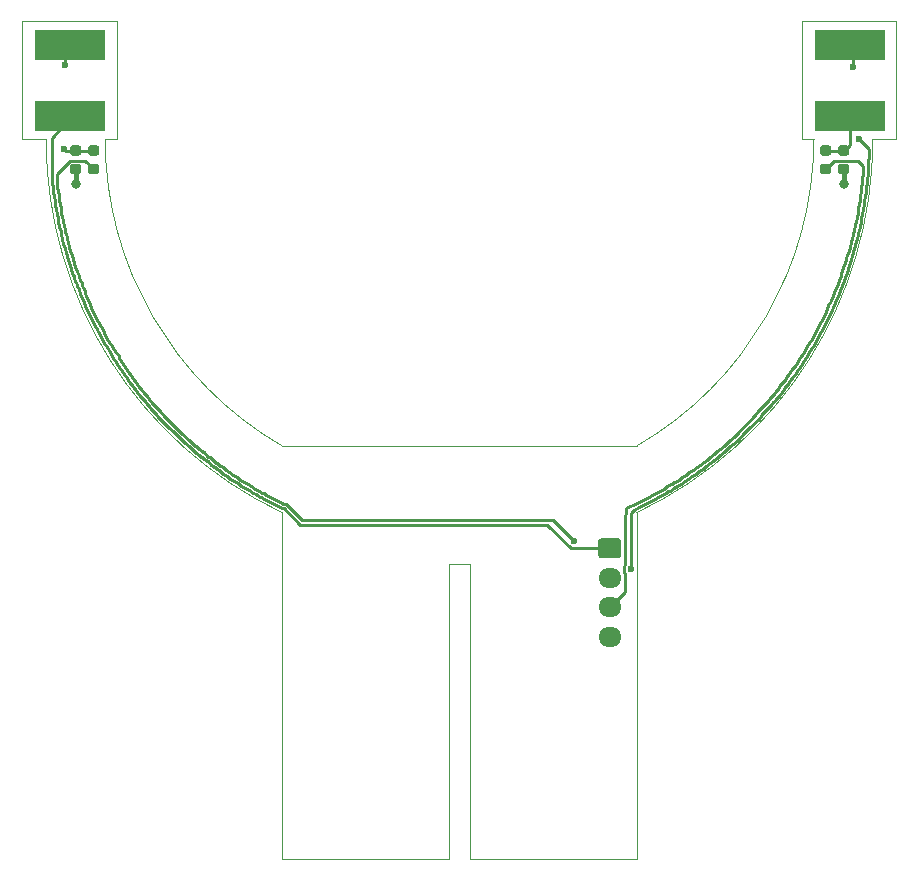
<source format=gbr>
%TF.GenerationSoftware,KiCad,Pcbnew,5.99.0-unknown-5405c09~101~ubuntu18.04.1*%
%TF.CreationDate,2020-04-21T20:28:15+03:00*%
%TF.ProjectId,Ultrasonic Flow Sensor,556c7472-6173-46f6-9e69-6320466c6f77,rev?*%
%TF.SameCoordinates,Original*%
%TF.FileFunction,Copper,L1,Top*%
%TF.FilePolarity,Positive*%
%FSLAX46Y46*%
G04 Gerber Fmt 4.6, Leading zero omitted, Abs format (unit mm)*
G04 Created by KiCad (PCBNEW 5.99.0-unknown-5405c09~101~ubuntu18.04.1) date 2020-04-21 20:28:15*
%MOMM*%
%LPD*%
G01*
G04 APERTURE LIST*
%TA.AperFunction,Profile*%
%ADD10C,0.100000*%
%TD*%
%TA.AperFunction,SMDPad,CuDef*%
%ADD11R,6.000000X2.500000*%
%TD*%
%TA.AperFunction,ComponentPad*%
%ADD12O,1.950000X1.700000*%
%TD*%
%TA.AperFunction,ViaPad*%
%ADD13C,0.600000*%
%TD*%
%TA.AperFunction,ViaPad*%
%ADD14C,0.800000*%
%TD*%
%TA.AperFunction,Conductor*%
%ADD15C,0.250000*%
%TD*%
%TA.AperFunction,Conductor*%
%ADD16C,0.400000*%
%TD*%
G04 APERTURE END LIST*
D10*
X141287009Y-70021467D02*
G75*
G02*
X126287009Y-96002228I-29999999J0D01*
G01*
X126287008Y-131002229D02*
X126287008Y-101642228D01*
X148287010Y-70021467D02*
X146287009Y-70021467D01*
X141287009Y-70021467D02*
X140287010Y-70021467D01*
X140287010Y-60021467D02*
X148287010Y-60021467D01*
X74287010Y-60021467D02*
X82287010Y-60021467D01*
X96287010Y-96002229D02*
X126287009Y-96002228D01*
X140287010Y-70021467D02*
X140287010Y-60021467D01*
X110437010Y-106002229D02*
X112137010Y-106002229D01*
X96287008Y-131002229D02*
X110437010Y-131002229D01*
X112137010Y-106002229D02*
X112137010Y-131002229D01*
X96274281Y-101638202D02*
G75*
G02*
X76287010Y-70021467I15012729J31616735D01*
G01*
X74287010Y-70021467D02*
X74287010Y-60021467D01*
X96287010Y-96002229D02*
G75*
G02*
X81287010Y-70021467I15000000J25980762D01*
G01*
X76287010Y-70021467D02*
X74287010Y-70021467D01*
X82287010Y-70021467D02*
X81287010Y-70021467D01*
X82287010Y-60021467D02*
X82287010Y-70021467D01*
X146285188Y-70021467D02*
G75*
G02*
X126287008Y-101642228I-34998178J0D01*
G01*
X96287008Y-131002229D02*
X96274280Y-101638202D01*
X148287010Y-60021467D02*
X148287010Y-70021467D01*
X110437010Y-131002229D02*
X110437010Y-106002229D01*
X112137010Y-131002229D02*
X126287008Y-131002229D01*
D11*
%TO.P,LS3,2,2*%
%TO.N,Net-(J5-Pad1)*%
X78317010Y-68042229D03*
%TO.P,LS3,1,1*%
%TO.N,Net-(C5-Pad1)*%
X78317010Y-62042229D03*
%TD*%
%TO.P,C6,2*%
%TO.N,Net-(C5-Pad2)*%
%TA.AperFunction,SMDPad,CuDef*%
G36*
G01*
X143554760Y-72121229D02*
X144067260Y-72121229D01*
G75*
G02*
X144286010Y-72339979I0J-218750D01*
G01*
X144286010Y-72777479D01*
G75*
G02*
X144067260Y-72996229I-218750J0D01*
G01*
X143554760Y-72996229D01*
G75*
G02*
X143336010Y-72777479I0J218750D01*
G01*
X143336010Y-72339979D01*
G75*
G02*
X143554760Y-72121229I218750J0D01*
G01*
G37*
%TD.AperFunction*%
%TO.P,C6,1*%
%TO.N,Net-(C6-Pad1)*%
%TA.AperFunction,SMDPad,CuDef*%
G36*
G01*
X143554760Y-70546229D02*
X144067260Y-70546229D01*
G75*
G02*
X144286010Y-70764979I0J-218750D01*
G01*
X144286010Y-71202479D01*
G75*
G02*
X144067260Y-71421229I-218750J0D01*
G01*
X143554760Y-71421229D01*
G75*
G02*
X143336010Y-71202479I0J218750D01*
G01*
X143336010Y-70764979D01*
G75*
G02*
X143554760Y-70546229I218750J0D01*
G01*
G37*
%TD.AperFunction*%
%TD*%
D12*
%TO.P,J5,4,Pin_4*%
%TO.N,Net-(C5-Pad2)*%
X123999010Y-112164229D03*
%TO.P,J5,3,Pin_3*%
%TO.N,Net-(J5-Pad3)*%
X123999010Y-109664229D03*
%TO.P,J5,2,Pin_2*%
%TO.N,Net-(J5-Pad2)*%
X123999010Y-107164229D03*
%TO.P,J5,1,Pin_1*%
%TO.N,Net-(J5-Pad1)*%
%TA.AperFunction,ComponentPad*%
G36*
G01*
X123274010Y-103814229D02*
X124724010Y-103814229D01*
G75*
G02*
X124974010Y-104064229I0J-250000D01*
G01*
X124974010Y-105264229D01*
G75*
G02*
X124724010Y-105514229I-250000J0D01*
G01*
X123274010Y-105514229D01*
G75*
G02*
X123024010Y-105264229I0J250000D01*
G01*
X123024010Y-104064229D01*
G75*
G02*
X123274010Y-103814229I250000J0D01*
G01*
G37*
%TD.AperFunction*%
%TD*%
%TO.P,C5,2*%
%TO.N,Net-(C5-Pad2)*%
%TA.AperFunction,SMDPad,CuDef*%
G36*
G01*
X78530760Y-72121229D02*
X79043260Y-72121229D01*
G75*
G02*
X79262010Y-72339979I0J-218750D01*
G01*
X79262010Y-72777479D01*
G75*
G02*
X79043260Y-72996229I-218750J0D01*
G01*
X78530760Y-72996229D01*
G75*
G02*
X78312010Y-72777479I0J218750D01*
G01*
X78312010Y-72339979D01*
G75*
G02*
X78530760Y-72121229I218750J0D01*
G01*
G37*
%TD.AperFunction*%
%TO.P,C5,1*%
%TO.N,Net-(C5-Pad1)*%
%TA.AperFunction,SMDPad,CuDef*%
G36*
G01*
X78530760Y-70546229D02*
X79043260Y-70546229D01*
G75*
G02*
X79262010Y-70764979I0J-218750D01*
G01*
X79262010Y-71202479D01*
G75*
G02*
X79043260Y-71421229I-218750J0D01*
G01*
X78530760Y-71421229D01*
G75*
G02*
X78312010Y-71202479I0J218750D01*
G01*
X78312010Y-70764979D01*
G75*
G02*
X78530760Y-70546229I218750J0D01*
G01*
G37*
%TD.AperFunction*%
%TD*%
%TO.P,R5,2*%
%TO.N,Net-(J5-Pad3)*%
%TA.AperFunction,SMDPad,CuDef*%
G36*
G01*
X80054760Y-72121229D02*
X80567260Y-72121229D01*
G75*
G02*
X80786010Y-72339979I0J-218750D01*
G01*
X80786010Y-72777479D01*
G75*
G02*
X80567260Y-72996229I-218750J0D01*
G01*
X80054760Y-72996229D01*
G75*
G02*
X79836010Y-72777479I0J218750D01*
G01*
X79836010Y-72339979D01*
G75*
G02*
X80054760Y-72121229I218750J0D01*
G01*
G37*
%TD.AperFunction*%
%TO.P,R5,1*%
%TO.N,Net-(C5-Pad1)*%
%TA.AperFunction,SMDPad,CuDef*%
G36*
G01*
X80054760Y-70546229D02*
X80567260Y-70546229D01*
G75*
G02*
X80786010Y-70764979I0J-218750D01*
G01*
X80786010Y-71202479D01*
G75*
G02*
X80567260Y-71421229I-218750J0D01*
G01*
X80054760Y-71421229D01*
G75*
G02*
X79836010Y-71202479I0J218750D01*
G01*
X79836010Y-70764979D01*
G75*
G02*
X80054760Y-70546229I218750J0D01*
G01*
G37*
%TD.AperFunction*%
%TD*%
D11*
%TO.P,LS4,2,2*%
%TO.N,Net-(J5-Pad2)*%
X144317010Y-62042229D03*
%TO.P,LS4,1,1*%
%TO.N,Net-(C6-Pad1)*%
X144317010Y-68042229D03*
%TD*%
%TO.P,R8,2*%
%TO.N,Net-(J5-Pad3)*%
%TA.AperFunction,SMDPad,CuDef*%
G36*
G01*
X142030760Y-72121229D02*
X142543260Y-72121229D01*
G75*
G02*
X142762010Y-72339979I0J-218750D01*
G01*
X142762010Y-72777479D01*
G75*
G02*
X142543260Y-72996229I-218750J0D01*
G01*
X142030760Y-72996229D01*
G75*
G02*
X141812010Y-72777479I0J218750D01*
G01*
X141812010Y-72339979D01*
G75*
G02*
X142030760Y-72121229I218750J0D01*
G01*
G37*
%TD.AperFunction*%
%TO.P,R8,1*%
%TO.N,Net-(C6-Pad1)*%
%TA.AperFunction,SMDPad,CuDef*%
G36*
G01*
X142030760Y-70546229D02*
X142543260Y-70546229D01*
G75*
G02*
X142762010Y-70764979I0J-218750D01*
G01*
X142762010Y-71202479D01*
G75*
G02*
X142543260Y-71421229I-218750J0D01*
G01*
X142030760Y-71421229D01*
G75*
G02*
X141812010Y-71202479I0J218750D01*
G01*
X141812010Y-70764979D01*
G75*
G02*
X142030760Y-70546229I218750J0D01*
G01*
G37*
%TD.AperFunction*%
%TD*%
D13*
%TO.N,Net-(C5-Pad1)*%
X77771010Y-70882229D03*
D14*
%TO.N,Net-(C5-Pad2)*%
X143811010Y-73803229D03*
X78787010Y-73803229D03*
D13*
%TO.N,Net-(J5-Pad2)*%
X144573010Y-63897229D03*
%TO.N,Net-(J5-Pad3)*%
X120951010Y-104029229D03*
%TO.N,Net-(J5-Pad2)*%
X125787008Y-106442229D03*
%TO.N,Net-(C5-Pad1)*%
X77898010Y-63770229D03*
%TO.N,Net-(J5-Pad2)*%
X145081010Y-69993229D03*
%TD*%
D15*
%TO.N,Net-(J5-Pad1)*%
X90974674Y-98124201D02*
X90910702Y-98060229D01*
%TO.N,Net-(J5-Pad2)*%
X140491466Y-88711786D02*
X140289023Y-89024402D01*
%TO.N,Net-(J5-Pad3)*%
X90514405Y-97283926D02*
X90617037Y-97362387D01*
%TO.N,Net-(J5-Pad1)*%
X81581010Y-87906480D02*
X81581010Y-87900229D01*
%TO.N,Net-(J5-Pad3)*%
X92728711Y-98837489D02*
X93039072Y-99035021D01*
%TO.N,Net-(J5-Pad2)*%
X130673168Y-98768729D02*
X130363394Y-98975220D01*
%TO.N,Net-(J5-Pad3)*%
X138331000Y-90909540D02*
X138331000Y-91074693D01*
%TO.N,Net-(J5-Pad2)*%
X141634550Y-86792128D02*
X141452646Y-87117158D01*
%TO.N,Net-(J5-Pad1)*%
X86210584Y-93969902D02*
X85954883Y-93699264D01*
%TO.N,Net-(J5-Pad3)*%
X78328748Y-71846219D02*
X77173830Y-73001137D01*
%TO.N,Net-(J5-Pad1)*%
X76811730Y-73737625D02*
X76853621Y-74107594D01*
X81490761Y-87756691D02*
X81327010Y-87478189D01*
%TO.N,Net-(J5-Pad2)*%
X142808649Y-84464961D02*
X142651660Y-84802771D01*
%TO.N,Net-(J5-Pad3)*%
X131947322Y-97367402D02*
X131652422Y-97587727D01*
X87726316Y-94866219D02*
X88354461Y-95494364D01*
%TO.N,Net-(J5-Pad1)*%
X94471917Y-100346229D02*
X94754168Y-100501292D01*
X77036904Y-75429915D02*
X77036904Y-75429912D01*
%TO.N,Net-(J5-Pad3)*%
X82870020Y-89131540D02*
X82870020Y-89184522D01*
%TO.N,Net-(J5-Pad2)*%
X141452646Y-87117158D02*
X141267318Y-87440117D01*
%TO.N,Net-(J5-Pad3)*%
X142999520Y-71846219D02*
X145029000Y-71846219D01*
%TO.N,Net-(J5-Pad1)*%
X76773820Y-70774039D02*
X76773820Y-69885039D01*
X90598010Y-97806229D02*
X90542675Y-97806229D01*
%TO.N,Net-(J5-Pad2)*%
X135302010Y-95012229D02*
X134948454Y-95365785D01*
%TO.N,Net-(J5-Pad3)*%
X139474000Y-89517930D02*
X139239010Y-89752920D01*
%TO.N,Net-(J5-Pad1)*%
X82279821Y-89019826D02*
X82089010Y-88725048D01*
%TO.N,Net-(J5-Pad2)*%
X144616741Y-79579568D02*
X144512169Y-79936963D01*
%TO.N,Net-(J5-Pad3)*%
X88354461Y-95494364D02*
X88622295Y-95733026D01*
X85027206Y-92048639D02*
X85265206Y-92329299D01*
X143622131Y-81381708D02*
X143622125Y-81381711D01*
X78442467Y-79819920D02*
X78549547Y-80171945D01*
X95595661Y-100493670D02*
X95923921Y-100660479D01*
%TO.N,Net-(J5-Pad2)*%
X145568041Y-75221198D02*
X145516431Y-75549891D01*
%TO.N,Net-(J5-Pad1)*%
X80935034Y-86787868D02*
X80819010Y-86575140D01*
X83788381Y-91144441D02*
X83740010Y-91080765D01*
%TO.N,Net-(J5-Pad3)*%
X131652422Y-97587727D02*
X131355155Y-97804884D01*
%TO.N,Net-(J5-Pad2)*%
X144446010Y-80153229D02*
X144446010Y-80154380D01*
%TO.N,Net-(J5-Pad3)*%
X139239010Y-89752920D02*
X139239010Y-89805951D01*
X145433704Y-72962906D02*
X145400143Y-73329482D01*
X78339117Y-79466575D02*
X78442467Y-79819920D01*
X82711934Y-88947768D02*
X82711939Y-88947769D01*
X145443000Y-72260219D02*
X145443000Y-72847755D01*
%TO.N,Net-(J5-Pad2)*%
X143399899Y-83097804D02*
X143257636Y-83441875D01*
%TO.N,Net-(J5-Pad3)*%
X85506245Y-92607432D02*
X85750298Y-92883006D01*
X137969010Y-91519706D02*
X137461010Y-92027706D01*
%TO.N,Net-(J5-Pad1)*%
X80079025Y-85134913D02*
X79918499Y-84798853D01*
%TO.N,Net-(J5-Pad3)*%
X141633703Y-85950275D02*
X141460813Y-86275398D01*
X78239633Y-79112373D02*
X78339117Y-79466575D01*
%TO.N,Net-(J5-Pad1)*%
X83105010Y-90223430D02*
X82906717Y-89944158D01*
%TO.N,Net-(J5-Pad3)*%
X127940029Y-99976860D02*
X127617429Y-100153942D01*
X77917020Y-77843486D02*
X77963948Y-78043135D01*
%TO.N,Net-(J5-Pad2)*%
X139874010Y-89643133D02*
X139874010Y-89643180D01*
%TO.N,Net-(J5-Pad3)*%
X140256391Y-88279952D02*
X140256391Y-88335116D01*
X81464828Y-86915580D02*
X81647915Y-87234766D01*
%TO.N,Net-(J5-Pad1)*%
X80581955Y-86132154D02*
X80410739Y-85801533D01*
%TO.N,Net-(J5-Pad3)*%
X134670762Y-95077779D02*
X134490408Y-95245483D01*
X125287000Y-106091233D02*
X125212006Y-106166227D01*
X143429452Y-81917351D02*
X143299831Y-82261890D01*
%TO.N,Net-(J5-Pad2)*%
X140886209Y-88080140D02*
X140690533Y-88397025D01*
X136636557Y-93677682D02*
X135810010Y-94504229D01*
X133357607Y-96763139D02*
X133069000Y-96998738D01*
%TO.N,Net-(J5-Pad1)*%
X76899497Y-74477208D02*
X76949298Y-74846016D01*
%TO.N,Net-(J5-Pad3)*%
X83441434Y-90006311D02*
X83441435Y-90006312D01*
%TO.N,Net-(J5-Pad1)*%
X77892855Y-79357005D02*
X77892855Y-79357004D01*
X87261969Y-95024508D02*
X86994902Y-94765115D01*
X78766307Y-82053032D02*
X78660010Y-81760907D01*
%TO.N,Net-(J5-Pad3)*%
X134490408Y-95245483D02*
X134218166Y-95493231D01*
X138331000Y-91074693D02*
X138236539Y-91196253D01*
%TO.N,Net-(J5-Pad2)*%
X142922010Y-84214010D02*
X142808649Y-84464961D01*
%TO.N,Net-(J5-Pad3)*%
X78660473Y-80523026D02*
X78775059Y-80872585D01*
%TO.N,Net-(J5-Pad2)*%
X144573010Y-63897229D02*
X144573010Y-62298229D01*
X142159127Y-85805658D02*
X141987841Y-86136282D01*
X136826010Y-93472900D02*
X136636557Y-93677682D01*
X145470236Y-75827003D02*
X145449357Y-75951249D01*
%TO.N,Net-(J5-Pad1)*%
X76773820Y-73367254D02*
X76773820Y-73367260D01*
%TO.N,Net-(J5-Pad3)*%
X81981020Y-87795288D02*
X82089010Y-87903278D01*
%TO.N,Net-(J5-Pad1)*%
X77257692Y-76681807D02*
X77188127Y-76315976D01*
%TO.N,Net-(J5-Pad2)*%
X129549389Y-99494850D02*
X129420611Y-99574821D01*
%TO.N,Net-(J5-Pad3)*%
X144519535Y-78402876D02*
X144427561Y-78759464D01*
X82870020Y-89184522D02*
X83024277Y-89411970D01*
X83024277Y-89411970D02*
X83234156Y-89714385D01*
X144607637Y-78045462D02*
X144584475Y-78139428D01*
X84792139Y-91765327D02*
X85027206Y-92048639D01*
%TO.N,Net-(J5-Pad1)*%
X77664148Y-78395367D02*
X77630469Y-78361688D01*
%TO.N,Net-(J5-Pad3)*%
X125387000Y-101748599D02*
X125287000Y-101848598D01*
X137461010Y-92027706D02*
X137461010Y-92147024D01*
X145362642Y-73695687D02*
X145321205Y-74061551D01*
X96253649Y-100823605D02*
X96352529Y-100871209D01*
%TO.N,Net-(J5-Pad2)*%
X143644859Y-82478380D02*
X143538546Y-82752008D01*
%TO.N,Net-(J5-Pad1)*%
X77472197Y-77695416D02*
X77408582Y-77411106D01*
%TO.N,Net-(J5-Pad3)*%
X78064158Y-78229678D02*
X78064158Y-78447630D01*
%TO.N,Net-(J5-Pad2)*%
X131286287Y-98345612D02*
X130980987Y-98558732D01*
X141812973Y-86465123D02*
X141634550Y-86792128D01*
%TO.N,Net-(J5-Pad3)*%
X77917020Y-77574540D02*
X77917020Y-77843486D01*
%TO.N,Net-(J5-Pad2)*%
X144291493Y-80648433D02*
X144175452Y-81002296D01*
%TO.N,Net-(J5-Pad3)*%
X79404297Y-82601859D02*
X79414971Y-82628491D01*
%TO.N,Net-(J5-Pad2)*%
X144175452Y-81002296D02*
X144055604Y-81354937D01*
%TO.N,Net-(J5-Pad1)*%
X81116825Y-87112825D02*
X80935034Y-86787868D01*
X94427908Y-100322051D02*
X94471917Y-100346229D01*
%TO.N,Net-(J5-Pad2)*%
X129420611Y-99574821D02*
X129102098Y-99767910D01*
%TO.N,Net-(J5-Pad3)*%
X79060020Y-81511540D02*
X79060020Y-81690394D01*
%TO.N,Net-(J5-Pad1)*%
X78059159Y-79934316D02*
X77954621Y-79576912D01*
%TO.N,Net-(J5-Pad3)*%
X133385541Y-96218864D02*
X133102924Y-96454677D01*
%TO.N,Net-(J5-Pad1)*%
X78660010Y-81760907D02*
X78660010Y-81677229D01*
%TO.N,Net-(J5-Pad3)*%
X86280010Y-93428336D02*
X86280010Y-93460927D01*
X80439033Y-84960539D02*
X80601191Y-85290851D01*
X77209431Y-73694652D02*
X77250846Y-74060429D01*
X78775059Y-80872585D02*
X78893458Y-81221085D01*
%TO.N,Net-(J5-Pad2)*%
X143804590Y-82056216D02*
X143673399Y-82404926D01*
%TO.N,Net-(J5-Pad3)*%
X85899010Y-93047336D02*
X86280010Y-93428336D01*
X133102924Y-96454677D02*
X132817769Y-96687458D01*
%TO.N,Net-(J5-Pad1)*%
X76773820Y-69885039D02*
X78317010Y-68341849D01*
%TO.N,Net-(J5-Pad3)*%
X136426000Y-93316246D02*
X136348203Y-93400338D01*
%TO.N,Net-(J5-Pad2)*%
X137846707Y-92310719D02*
X137679845Y-92507395D01*
%TO.N,Net-(J5-Pad3)*%
X79414971Y-82628491D02*
X79570725Y-82784245D01*
%TO.N,Net-(J5-Pad1)*%
X76949295Y-74845984D02*
X76899498Y-74477209D01*
%TO.N,Net-(J5-Pad2)*%
X141078483Y-87761151D02*
X141078482Y-87761152D01*
%TO.N,Net-(J5-Pad1)*%
X91890368Y-98763856D02*
X91582789Y-98553875D01*
%TO.N,Net-(J5-Pad2)*%
X145928175Y-71510727D02*
X145912807Y-71828432D01*
X143257635Y-83441876D02*
X143111639Y-83784507D01*
X127149260Y-100853549D02*
X126817189Y-101022141D01*
X139874117Y-89643026D02*
X139661713Y-89948947D01*
%TO.N,Net-(J5-Pad3)*%
X131355155Y-97804884D02*
X131055623Y-98018800D01*
%TO.N,Net-(J5-Pad1)*%
X80734032Y-86418251D02*
X80692010Y-86339197D01*
%TO.N,Net-(J5-Pad3)*%
X128896606Y-99424711D02*
X128579724Y-99612186D01*
X95269420Y-100323453D02*
X95595661Y-100493670D01*
%TO.N,Net-(J5-Pad1)*%
X89673064Y-97135283D02*
X89455010Y-96917229D01*
%TO.N,Net-(J5-Pad2)*%
X132853004Y-97171229D02*
X132777947Y-97231169D01*
%TO.N,Net-(J5-Pad1)*%
X83122297Y-90247776D02*
X83105010Y-90223430D01*
%TO.N,Net-(J5-Pad2)*%
X130967066Y-98568229D02*
X130673168Y-98768729D01*
X142491069Y-85138842D02*
X142491068Y-85138843D01*
%TO.N,Net-(J5-Pad1)*%
X77331181Y-77046872D02*
X77331181Y-77046400D01*
%TO.N,Net-(J5-Pad3)*%
X137461010Y-92147024D02*
X136445010Y-93163024D01*
X142625924Y-83895892D02*
X142522000Y-83999816D01*
%TO.N,Net-(J5-Pad2)*%
X145843010Y-72863866D02*
X145832243Y-72997233D01*
%TO.N,Net-(J5-Pad1)*%
X77122520Y-75949564D02*
X77060846Y-75582432D01*
%TO.N,Net-(J5-Pad2)*%
X139620010Y-89990650D02*
X139620010Y-90007655D01*
%TO.N,Net-(J5-Pad1)*%
X76853621Y-74107594D02*
X76899497Y-74477208D01*
%TO.N,Net-(J5-Pad3)*%
X119173010Y-102251229D02*
X97949729Y-102251229D01*
%TO.N,Net-(J5-Pad1)*%
X94022081Y-100092229D02*
X94103569Y-100139303D01*
%TO.N,Net-(J5-Pad3)*%
X90763699Y-97406219D02*
X91017492Y-97660012D01*
%TO.N,Net-(J5-Pad1)*%
X84756010Y-92347312D02*
X84720733Y-92305712D01*
%TO.N,Net-(J5-Pad3)*%
X144092946Y-79940594D02*
X144046000Y-79987540D01*
%TO.N,Net-(J5-Pad1)*%
X81878510Y-88392499D02*
X81682921Y-88075625D01*
%TO.N,Net-(C6-Pad1)*%
X142287010Y-70983729D02*
X143811010Y-70983729D01*
%TO.N,Net-(J5-Pad3)*%
X140351313Y-88185030D02*
X140256391Y-88279952D01*
%TO.N,Net-(J5-Pad1)*%
X93781125Y-99953033D02*
X94022081Y-100092229D01*
%TO.N,Net-(J5-Pad3)*%
X128260906Y-99796213D02*
X127940029Y-99976860D01*
X94944931Y-100149693D02*
X95269420Y-100323453D01*
%TO.N,Net-(J5-Pad1)*%
X82906717Y-89944158D02*
X82694462Y-89638319D01*
%TO.N,Net-(J5-Pad3)*%
X144021691Y-80174763D02*
X143910727Y-80525840D01*
%TO.N,Net-(J5-Pad1)*%
X79074167Y-82853386D02*
X79032181Y-82748630D01*
%TO.N,Net-(J5-Pad3)*%
X83441435Y-90006312D02*
X83447172Y-90014392D01*
%TO.N,Net-(J5-Pad1)*%
X78279665Y-80645487D02*
X78279665Y-80645489D01*
%TO.N,Net-(J5-Pad3)*%
X136445010Y-93163024D02*
X136445010Y-93176531D01*
%TO.N,Net-(J5-Pad2)*%
X145760343Y-73738653D02*
X145725314Y-74047925D01*
%TO.N,Net-(J5-Pad3)*%
X79060020Y-81690394D02*
X79141426Y-81914118D01*
%TO.N,Net-(J5-Pad2)*%
X126483328Y-101187155D02*
X126024816Y-101407684D01*
X140083188Y-89334893D02*
X139874117Y-89643026D01*
%TO.N,Net-(J5-Pad3)*%
X141104630Y-86919935D02*
X140921468Y-87239121D01*
X77345420Y-74790337D02*
X77398593Y-75154582D01*
%TO.N,Net-(J5-Pad1)*%
X86730675Y-94502910D02*
X86469200Y-94237804D01*
%TO.N,Net-(J5-Pad2)*%
X145912807Y-71828432D02*
X145910183Y-71882687D01*
%TO.N,Net-(J5-Pad3)*%
X142131124Y-84964338D02*
X141968824Y-85294809D01*
X145226564Y-74791723D02*
X145173378Y-75155932D01*
X139954430Y-88805177D02*
X139751027Y-89112001D01*
%TO.N,Net-(J5-Pad1)*%
X84961505Y-92589640D02*
X84756010Y-92347312D01*
%TO.N,Net-(J5-Pad2)*%
X144996522Y-78139166D02*
X144933203Y-78396036D01*
X128134442Y-100326454D02*
X127807978Y-100505657D01*
%TO.N,Net-(J5-Pad3)*%
X144772346Y-77327694D02*
X144691924Y-77687000D01*
%TO.N,Net-(J5-Pad1)*%
X92960619Y-99457229D02*
X93142373Y-99570185D01*
X76899498Y-74477209D02*
X76853624Y-74107612D01*
%TO.N,Net-(J5-Pad3)*%
X83663495Y-90312229D02*
X83883035Y-90607768D01*
%TO.N,Net-(J5-Pad1)*%
X91582789Y-98553875D02*
X91277578Y-98340672D01*
%TO.N,Net-(J5-Pad3)*%
X81834464Y-87552043D02*
X81962010Y-87679589D01*
X128579724Y-99612186D02*
X128260906Y-99796213D01*
%TO.N,Net-(J5-Pad1)*%
X77060846Y-75582432D02*
X77036904Y-75429915D01*
%TO.N,Net-(J5-Pad3)*%
X142522000Y-83999816D02*
X142522000Y-84127856D01*
%TO.N,Net-(J5-Pad1)*%
X80589920Y-86147139D02*
X80581955Y-86132154D01*
%TO.N,Net-(J5-Pad2)*%
X136826010Y-93361230D02*
X136826010Y-93472900D01*
%TO.N,Net-(J5-Pad1)*%
X91277576Y-98340670D02*
X90974674Y-98124201D01*
X82470010Y-89306838D02*
X82470010Y-89297229D01*
%TO.N,Net-(J5-Pad3)*%
X138850409Y-90390132D02*
X138331000Y-90909540D01*
X80280315Y-84628264D02*
X80439033Y-84960539D01*
X91508454Y-98014009D02*
X91810095Y-98224718D01*
%TO.N,Net-(J5-Pad2)*%
X142922010Y-84165505D02*
X142922010Y-84214010D01*
%TO.N,Net-(J5-Pad1)*%
X86469200Y-94237804D02*
X86210584Y-93969902D01*
%TO.N,Net-(J5-Pad3)*%
X132239913Y-97143866D02*
X131947322Y-97367402D01*
X81219020Y-86473148D02*
X81285194Y-86594479D01*
X143166473Y-82605127D02*
X143029412Y-82946967D01*
X79570725Y-82784245D02*
X79570725Y-83014867D01*
%TO.N,Net-(J5-Pad1)*%
X77954621Y-79576912D02*
X77892855Y-79357005D01*
X80410739Y-85801533D02*
X80243085Y-85469099D01*
%TO.N,Net-(J5-Pad3)*%
X82711939Y-88947769D02*
X82762395Y-89023915D01*
%TO.N,Net-(J5-Pad2)*%
X132188445Y-97686576D02*
X131890161Y-97909429D01*
%TO.N,Net-(J5-Pad1)*%
X85954883Y-93699264D02*
X85702040Y-93425825D01*
X76773820Y-72171039D02*
X76773820Y-70774039D01*
%TO.N,Net-(J5-Pad2)*%
X144717471Y-79221063D02*
X144616741Y-79579568D01*
%TO.N,Net-(J5-Pad1)*%
X89402261Y-96917229D02*
X89207430Y-96758086D01*
X76956223Y-74893442D02*
X76949295Y-74845984D01*
%TO.N,Net-(J5-Pad2)*%
X139227075Y-90553905D02*
X139153983Y-90652256D01*
%TO.N,Net-(J5-Pad1)*%
X78279665Y-80645489D02*
X78395660Y-80999345D01*
X82485422Y-89330097D02*
X82470010Y-89306838D01*
%TO.N,Net-(J5-Pad3)*%
X96352529Y-100871209D02*
X96569709Y-100871209D01*
%TO.N,Net-(J5-Pad1)*%
X77331181Y-77046400D02*
X77331062Y-77046281D01*
%TO.N,Net-(J5-Pad3)*%
X145116268Y-75519650D02*
X145055243Y-75882794D01*
X78143905Y-78756925D02*
X78239633Y-79112373D01*
%TO.N,Net-(J5-Pad1)*%
X79761614Y-84461136D02*
X79608446Y-84121936D01*
X79918498Y-84798852D02*
X79761614Y-84461136D01*
%TO.N,Net-(J5-Pad3)*%
X138236539Y-91196253D02*
X137969010Y-91463782D01*
X77992177Y-78157697D02*
X78064158Y-78229678D01*
%TO.N,Net-(C5-Pad1)*%
X77872510Y-70983729D02*
X77771010Y-70882229D01*
%TO.N,Net-(J5-Pad1)*%
X79032181Y-82748630D02*
X78914010Y-82444371D01*
%TO.N,Net-(J5-Pad2)*%
X140491467Y-88711785D02*
X140491466Y-88711786D01*
%TO.N,Net-(J5-Pad3)*%
X140921468Y-87239121D02*
X140734788Y-87556491D01*
%TO.N,Net-(J5-Pad1)*%
X89963010Y-97298229D02*
X89878998Y-97298229D01*
%TO.N,Net-(J5-Pad2)*%
X139620010Y-90007655D02*
X139493529Y-90185710D01*
%TO.N,Net-(J5-Pad1)*%
X77575053Y-78136799D02*
X77517010Y-77889866D01*
X77188127Y-76315976D02*
X77122520Y-75949564D01*
%TO.N,Net-(J5-Pad2)*%
X145608019Y-70520238D02*
X145081010Y-69993229D01*
%TO.N,Net-(J5-Pad3)*%
X88939891Y-96009219D02*
X88985699Y-96009219D01*
%TO.N,Net-(J5-Pad1)*%
X96261256Y-101271219D02*
X96404020Y-101271219D01*
%TO.N,Net-(J5-Pad3)*%
X86280010Y-93460927D02*
X87685302Y-94866219D01*
%TO.N,Net-(J5-Pad2)*%
X140546547Y-88624692D02*
X140491467Y-88711785D01*
%TO.N,Net-(J5-Pad3)*%
X93983043Y-99607720D02*
X94301842Y-99791884D01*
%TO.N,Net-(J5-Pad1)*%
X80692010Y-86339197D02*
X80692010Y-86249229D01*
X96404020Y-101271219D02*
X97801020Y-102668219D01*
%TO.N,Net-(J5-Pad3)*%
X127292690Y-100327685D02*
X126966214Y-100497872D01*
X80125317Y-84294606D02*
X80280315Y-84628264D01*
%TO.N,Net-(J5-Pad1)*%
X93460712Y-99763318D02*
X93781125Y-99953033D01*
%TO.N,Net-(J5-Pad3)*%
X143622125Y-81381711D02*
X143555328Y-81571547D01*
X125287000Y-101848598D02*
X125287000Y-104809219D01*
X142287010Y-72558729D02*
X142999520Y-71846219D01*
X85265206Y-92329299D02*
X85506245Y-92607432D01*
%TO.N,Net-(J5-Pad2)*%
X142651660Y-84802771D02*
X142491069Y-85138842D01*
%TO.N,Net-(J5-Pad3)*%
X142522000Y-84127856D02*
X142445029Y-84298250D01*
X77799408Y-77325860D02*
X77837188Y-77494707D01*
%TO.N,Net-(J5-Pad2)*%
X145568854Y-75216028D02*
X145568041Y-75221198D01*
%TO.N,Net-(J5-Pad1)*%
X92512066Y-99173759D02*
X92200072Y-98970447D01*
%TO.N,Net-(J5-Pad3)*%
X81285194Y-86594479D02*
X81464828Y-86915580D01*
X131055623Y-98018800D02*
X130753805Y-98229489D01*
%TO.N,Net-(J5-Pad1)*%
X82470010Y-89297229D02*
X82451135Y-89278354D01*
%TO.N,Net-(J5-Pad3)*%
X139564425Y-89387019D02*
X139474000Y-89477444D01*
%TO.N,Net-(J5-Pad2)*%
X144933203Y-78396036D02*
X144907401Y-78500713D01*
%TO.N,Net-(J5-Pad3)*%
X80311010Y-72558729D02*
X79598500Y-71846219D01*
%TO.N,Net-(J5-Pad2)*%
X144754825Y-79082414D02*
X144717471Y-79221063D01*
%TO.N,Net-(J5-Pad3)*%
X94700699Y-99946219D02*
X94854484Y-100100004D01*
X89940168Y-96836689D02*
X90017169Y-96898219D01*
%TO.N,Net-(J5-Pad1)*%
X84720733Y-92305712D02*
X84482958Y-92019136D01*
X76773820Y-73367260D02*
X76811730Y-73737625D01*
%TO.N,Net-(J5-Pad3)*%
X132817769Y-96687458D02*
X132529975Y-96917286D01*
%TO.N,Net-(J5-Pad1)*%
X83740010Y-91080765D02*
X83563179Y-90847985D01*
%TO.N,Net-(J5-Pad2)*%
X140690533Y-88397025D02*
X140546547Y-88624692D01*
%TO.N,Net-(J5-Pad1)*%
X77630469Y-78361688D02*
X77575053Y-78136799D01*
%TO.N,Net-(C5-Pad1)*%
X78787010Y-70983729D02*
X77872510Y-70983729D01*
%TO.N,Net-(J5-Pad3)*%
X93666344Y-99420203D02*
X93983043Y-99607720D01*
X130449505Y-98437086D02*
X130143325Y-98641182D01*
%TO.N,Net-(C6-Pad1)*%
X144317010Y-68042229D02*
X144317010Y-70477729D01*
%TO.N,Net-(J5-Pad3)*%
X144907155Y-76678263D02*
X144848867Y-76967729D01*
X144584475Y-78139428D02*
X144584472Y-78139430D01*
%TO.N,Net-(J5-Pad2)*%
X145004946Y-78103343D02*
X144996522Y-78139166D01*
%TO.N,Net-(J5-Pad1)*%
X96078202Y-101183091D02*
X96261256Y-101271219D01*
%TO.N,Net-(C6-Pad1)*%
X144317010Y-70477729D02*
X143811010Y-70983729D01*
%TO.N,Net-(J5-Pad3)*%
X93351654Y-99229284D02*
X93666344Y-99420203D01*
%TO.N,Net-(J5-Pad2)*%
X145516431Y-75549891D02*
X145511097Y-75583855D01*
%TO.N,Net-(J5-Pad1)*%
X78515424Y-81351861D02*
X78639010Y-81703197D01*
%TO.N,Net-(J5-Pad2)*%
X139661713Y-89948947D02*
X139620010Y-89990650D01*
%TO.N,Net-(J5-Pad1)*%
X89207430Y-96758086D02*
X88973869Y-96563088D01*
%TO.N,Net-(J5-Pad2)*%
X145622680Y-74847442D02*
X145568854Y-75216028D01*
%TO.N,Net-(J5-Pad3)*%
X89244018Y-96267538D02*
X89462154Y-96449658D01*
X81981020Y-87734540D02*
X81981020Y-87795288D01*
%TO.N,Net-(J5-Pad2)*%
X132188446Y-97686575D02*
X132188445Y-97686576D01*
%TO.N,Net-(J5-Pad3)*%
X125287000Y-106793225D02*
X125287000Y-108376239D01*
%TO.N,Net-(J5-Pad2)*%
X145383692Y-76317858D02*
X145314091Y-76683754D01*
%TO.N,Net-(J5-Pad3)*%
X83447172Y-90014392D02*
X83663495Y-90312229D01*
%TO.N,Net-(J5-Pad2)*%
X128983240Y-99838229D02*
X128781538Y-99957561D01*
X139493529Y-90185710D02*
X139366010Y-90313229D01*
D16*
%TO.N,Net-(C5-Pad2)*%
X143811010Y-72558729D02*
X143811010Y-73803229D01*
D15*
%TO.N,Net-(J5-Pad2)*%
X125787008Y-101645492D02*
X125787008Y-106442229D01*
%TO.N,Net-(J5-Pad3)*%
X78960687Y-81412207D02*
X79060020Y-81511540D01*
X80916185Y-85907705D02*
X81092020Y-86083540D01*
X130753805Y-98229489D02*
X130449505Y-98437086D01*
%TO.N,Net-(J5-Pad2)*%
X145081765Y-77776645D02*
X145054148Y-77894091D01*
%TO.N,Net-(J5-Pad3)*%
X144584472Y-78139430D02*
X144519535Y-78402876D01*
%TO.N,Net-(J5-Pad2)*%
X142491068Y-85138843D02*
X142326901Y-85473115D01*
X145718417Y-74108822D02*
X145672531Y-74478396D01*
%TO.N,Net-(J5-Pad3)*%
X138904714Y-90317060D02*
X138850409Y-90390132D01*
X94575754Y-99946219D02*
X94700699Y-99946219D01*
X90675668Y-97406219D02*
X90763699Y-97406219D01*
%TO.N,Net-(J5-Pad2)*%
X129736949Y-99378375D02*
X129609970Y-99457229D01*
%TO.N,Net-(J5-Pad1)*%
X81327010Y-87478189D02*
X81302060Y-87435754D01*
%TO.N,Net-(J5-Pad3)*%
X129299166Y-99179374D02*
X129211370Y-99233895D01*
%TO.N,Net-(J5-Pad2)*%
X145054148Y-77894091D02*
X145004946Y-78103343D01*
%TO.N,Net-(J5-Pad3)*%
X77516632Y-75881098D02*
X77581494Y-76243352D01*
%TO.N,Net-(J5-Pad1)*%
X86994902Y-94765115D02*
X86730675Y-94502910D01*
X78914010Y-82312229D02*
X78833514Y-82231733D01*
%TO.N,Net-(J5-Pad2)*%
X143673399Y-82404926D02*
X143644859Y-82478380D01*
%TO.N,Net-(J5-Pad3)*%
X80601191Y-85290851D02*
X80766947Y-85619524D01*
%TO.N,Net-(J5-Pad2)*%
X145725314Y-74047925D02*
X145718417Y-74108822D01*
%TO.N,Net-(J5-Pad3)*%
X90017169Y-96898219D02*
X90128699Y-96898219D01*
X130143325Y-98641182D02*
X129834769Y-98842107D01*
X84560283Y-91479698D02*
X84792139Y-91765327D01*
%TO.N,Net-(J5-Pad1)*%
X82451135Y-89278354D02*
X82279821Y-89019826D01*
%TO.N,Net-(J5-Pad3)*%
X127617429Y-100153942D02*
X127292690Y-100327685D01*
X143299831Y-82261890D02*
X143166473Y-82605127D01*
X77398593Y-75154582D02*
X77455674Y-75518227D01*
%TO.N,Net-(J5-Pad1)*%
X78167495Y-80290470D02*
X78059159Y-79934316D01*
%TO.N,Net-(J5-Pad3)*%
X139474000Y-89477444D02*
X139474000Y-89517930D01*
X134218166Y-95493231D02*
X133943233Y-95738082D01*
%TO.N,Net-(J5-Pad2)*%
X137969010Y-92085404D02*
X137969010Y-92163383D01*
%TO.N,Net-(J5-Pad1)*%
X82694462Y-89638319D02*
X82485422Y-89330097D01*
%TO.N,Net-(J5-Pad2)*%
X128781538Y-99957561D02*
X128459071Y-100143694D01*
%TO.N,Net-(J5-Pad1)*%
X84248345Y-91730111D02*
X84016809Y-91438535D01*
X77517010Y-77740229D02*
X77472197Y-77695416D01*
X82077458Y-88707202D02*
X81878510Y-88392499D01*
%TO.N,Net-(J5-Pad3)*%
X144427561Y-78759464D02*
X144331787Y-79114953D01*
X125212006Y-106718231D02*
X125287000Y-106793225D01*
X145443000Y-72847755D02*
X145433704Y-72962906D01*
%TO.N,Net-(J5-Pad1)*%
X77664148Y-78498365D02*
X77664148Y-78395367D01*
X80819010Y-86575140D02*
X80819010Y-86503229D01*
X90887161Y-98060229D02*
X90756492Y-97964711D01*
X78395660Y-80999345D02*
X78515424Y-81351861D01*
%TO.N,Net-(J5-Pad3)*%
X77837188Y-77494707D02*
X77917020Y-77574540D01*
%TO.N,Net-(C5-Pad1)*%
X78787010Y-70983729D02*
X80311010Y-70983729D01*
%TO.N,Net-(J5-Pad3)*%
X92420299Y-98636512D02*
X92728711Y-98837489D01*
X142744504Y-83625688D02*
X142625924Y-83895892D01*
X144128875Y-79822519D02*
X144092946Y-79940594D01*
%TO.N,Net-(J5-Pad2)*%
X139874117Y-89643026D02*
X139874010Y-89643133D01*
X133643475Y-96524613D02*
X133357607Y-96763139D01*
%TO.N,Net-(J5-Pad1)*%
X81302060Y-87435754D02*
X81116825Y-87112825D01*
X82089010Y-88725048D02*
X82077458Y-88707202D01*
%TO.N,Net-(J5-Pad3)*%
X77731191Y-77004839D02*
X77799408Y-77325860D01*
%TO.N,Net-(J5-Pad2)*%
X130980987Y-98558732D02*
X130967066Y-98568229D01*
%TO.N,Net-(J5-Pad3)*%
X129495873Y-99057219D02*
X129421321Y-99057219D01*
X144907158Y-76678261D02*
X144907155Y-76678263D01*
X79825982Y-83622105D02*
X79973856Y-83959186D01*
%TO.N,Net-(J5-Pad2)*%
X137969010Y-92163383D02*
X137846707Y-92310719D01*
%TO.N,Net-(J5-Pad3)*%
X79681756Y-83283500D02*
X79825982Y-83622105D01*
%TO.N,Net-(J5-Pad1)*%
X88638424Y-96277822D02*
X88357747Y-96033071D01*
X81581010Y-87900229D02*
X81571534Y-87890753D01*
%TO.N,Net-(J5-Pad3)*%
X90128699Y-96898219D02*
X90514405Y-97283926D01*
X123999010Y-109664229D02*
X125287000Y-108376239D01*
%TO.N,Net-(J5-Pad1)*%
X87560627Y-95266229D02*
X87516250Y-95266229D01*
X80819010Y-86503229D02*
X80734032Y-86418251D01*
%TO.N,Net-(J5-Pad3)*%
X144232256Y-79469190D02*
X144128875Y-79822519D01*
X91810095Y-98224718D02*
X92114093Y-98432254D01*
%TO.N,Net-(J5-Pad1)*%
X90250348Y-97585567D02*
X89963010Y-97298229D01*
%TO.N,Net-(J5-Pad3)*%
X79314020Y-82146540D02*
X79314020Y-82369419D01*
X82089010Y-87903278D02*
X82089010Y-87971964D01*
%TO.N,Net-(J5-Pad2)*%
X145672531Y-74478396D02*
X145622680Y-74847442D01*
%TO.N,Net-(J5-Pad1)*%
X83563179Y-90847985D02*
X83341104Y-90549033D01*
%TO.N,Net-(J5-Pad3)*%
X78064158Y-78447630D02*
X78143905Y-78756925D01*
X89462154Y-96449658D02*
X89544865Y-96517219D01*
X120951010Y-104029229D02*
X119173010Y-102251229D01*
%TO.N,Net-(J5-Pad2)*%
X141078483Y-87761151D02*
X140886209Y-88080140D01*
%TO.N,Net-(J5-Pad3)*%
X91076391Y-97660219D02*
X91234149Y-97817977D01*
X145400143Y-73329482D02*
X145362642Y-73695687D01*
%TO.N,Net-(J5-Pad1)*%
X76811730Y-73737614D02*
X76773820Y-73367254D01*
X76853624Y-74107612D02*
X76811730Y-73737614D01*
%TO.N,Net-(J5-Pad2)*%
X132777947Y-97231169D02*
X132484490Y-97460400D01*
%TO.N,Net-(J5-Pad3)*%
X79598500Y-71846219D02*
X78328748Y-71846219D01*
X133943233Y-95738082D02*
X133665659Y-95979987D01*
X88622295Y-95733026D02*
X88899761Y-95974977D01*
%TO.N,Net-(J5-Pad2)*%
X143111639Y-83784507D02*
X143111638Y-83784508D01*
%TO.N,Net-(J5-Pad3)*%
X79973856Y-83959186D02*
X80125317Y-84294606D01*
X83883035Y-90607768D02*
X84105533Y-90900665D01*
%TO.N,Net-(J5-Pad1)*%
X123999010Y-104664229D02*
X120697010Y-104664229D01*
%TO.N,Net-(J5-Pad3)*%
X143029412Y-82946967D02*
X142888805Y-83287033D01*
%TO.N,Net-(J5-Pad2)*%
X126817189Y-101022141D02*
X126483328Y-101187155D01*
%TO.N,Net-(J5-Pad3)*%
X79177489Y-82010009D02*
X79314020Y-82146540D01*
%TO.N,Net-(J5-Pad1)*%
X81682921Y-88075625D02*
X81581010Y-87906480D01*
X92200072Y-98970447D02*
X91890368Y-98763856D01*
%TO.N,Net-(J5-Pad3)*%
X133665659Y-95979987D02*
X133385541Y-96218864D01*
X77581494Y-76243352D02*
X77650251Y-76604935D01*
X138966000Y-90232717D02*
X138904714Y-90317060D01*
X139751027Y-89112001D02*
X139564425Y-89387019D01*
%TO.N,Net-(J5-Pad1)*%
X78317010Y-68341849D02*
X78317010Y-68042229D01*
X90910702Y-98060229D02*
X90887161Y-98060229D01*
%TO.N,Net-(J5-Pad2)*%
X141987841Y-86136282D02*
X141987840Y-86136283D01*
%TO.N,Net-(J5-Pad3)*%
X140154575Y-88496109D02*
X139954430Y-88805177D01*
%TO.N,Net-(J5-Pad2)*%
X145889477Y-72232762D02*
X145843010Y-72279229D01*
%TO.N,Net-(J5-Pad3)*%
X81092020Y-86083540D02*
X81092020Y-86210540D01*
X136445010Y-93176531D02*
X136426000Y-93195541D01*
%TO.N,Net-(J5-Pad2)*%
X144907401Y-78500713D02*
X144814352Y-78861468D01*
%TO.N,Net-(J5-Pad1)*%
X76773820Y-73367254D02*
X76773820Y-72171039D01*
%TO.N,Net-(J5-Pad2)*%
X129609970Y-99457229D02*
X129587010Y-99457229D01*
%TO.N,Net-(J5-Pad3)*%
X144990333Y-76245193D02*
X144921531Y-76606883D01*
X140256391Y-88335116D02*
X140154575Y-88496109D01*
%TO.N,Net-(J5-Pad2)*%
X143111638Y-83784508D02*
X142961974Y-84125541D01*
%TO.N,Net-(J5-Pad1)*%
X92826056Y-99373601D02*
X92512066Y-99173759D01*
%TO.N,Net-(J5-Pad2)*%
X145608019Y-70520238D02*
X145949606Y-70861825D01*
%TO.N,Net-(J5-Pad1)*%
X77331062Y-77046281D02*
X77257692Y-76681807D01*
%TO.N,Net-(J5-Pad2)*%
X134485844Y-95790486D02*
X134207658Y-96038234D01*
%TO.N,Net-(J5-Pad3)*%
X125212006Y-106166227D02*
X125212006Y-106718231D01*
X83234156Y-89714385D02*
X83441434Y-90006311D01*
X145029000Y-71846219D02*
X145443000Y-72260219D01*
%TO.N,Net-(J5-Pad2)*%
X140289023Y-89024402D02*
X140083188Y-89334893D01*
%TO.N,Net-(J5-Pad3)*%
X141802958Y-85623571D02*
X141633703Y-85950275D01*
%TO.N,Net-(J5-Pad2)*%
X144446010Y-80154380D02*
X144403719Y-80293363D01*
%TO.N,Net-(J5-Pad1)*%
X85452266Y-93149819D02*
X85205389Y-92871056D01*
%TO.N,Net-(J5-Pad2)*%
X143257636Y-83441875D02*
X143257635Y-83441876D01*
%TO.N,Net-(J5-Pad3)*%
X91017492Y-97660012D02*
X91017775Y-97660219D01*
X88899761Y-95974977D02*
X88939891Y-96009219D01*
%TO.N,Net-(J5-Pad1)*%
X84016809Y-91438535D02*
X83788381Y-91144441D01*
%TO.N,Net-(J5-Pad3)*%
X132529975Y-96917286D02*
X132239913Y-97143866D01*
%TO.N,Net-(J5-Pad2)*%
X134761236Y-95539872D02*
X134485844Y-95790486D01*
X144446513Y-80152726D02*
X144446010Y-80153229D01*
%TO.N,Net-(J5-Pad3)*%
X144921531Y-76606883D02*
X144907158Y-76678261D01*
%TO.N,Net-(J5-Pad2)*%
X126024816Y-101407684D02*
X125787008Y-101645492D01*
%TO.N,Net-(J5-Pad3)*%
X144046000Y-79987540D02*
X144046000Y-80094874D01*
X139186900Y-89926640D02*
X138966000Y-90147540D01*
%TO.N,Net-(J5-Pad2)*%
X145314091Y-76683754D02*
X145266586Y-76919654D01*
X144055604Y-81354937D02*
X143944462Y-81670777D01*
X131589397Y-98129141D02*
X131286287Y-98345612D01*
%TO.N,Net-(J5-Pad1)*%
X88820010Y-96409229D02*
X88792427Y-96409229D01*
X77757130Y-78858989D02*
X77664148Y-78498365D01*
X78613525Y-81630744D02*
X78515426Y-81351865D01*
%TO.N,Net-(J5-Pad3)*%
X77173830Y-73001137D02*
X77173830Y-73346839D01*
%TO.N,Net-(J5-Pad2)*%
X145910183Y-71882687D02*
X145889477Y-72232762D01*
%TO.N,Net-(J5-Pad1)*%
X91277578Y-98340672D02*
X91277576Y-98340670D01*
%TO.N,Net-(J5-Pad3)*%
X79570725Y-83014867D02*
X79681756Y-83283500D01*
X81962010Y-87715530D02*
X81981020Y-87734540D01*
X95923921Y-100660479D02*
X96253649Y-100823605D01*
%TO.N,Net-(J5-Pad2)*%
X145949606Y-70861825D02*
X145942175Y-71138552D01*
X145832243Y-72997233D02*
X145798283Y-73368160D01*
%TO.N,Net-(J5-Pad3)*%
X85899010Y-93031718D02*
X85899010Y-93047336D01*
X126307977Y-100827621D02*
X125387000Y-101270582D01*
X90617037Y-97362387D02*
X90675668Y-97406219D01*
X145055243Y-75882794D02*
X144990333Y-76245193D01*
%TO.N,Net-(J5-Pad2)*%
X145449357Y-75951249D02*
X145383692Y-76317858D01*
X144814352Y-78861468D02*
X144754825Y-79082414D01*
%TO.N,Net-(J5-Pad1)*%
X85702040Y-93425825D02*
X85645010Y-93362805D01*
X77517010Y-77889866D02*
X77517010Y-77740229D01*
X79312916Y-83438319D02*
X79170715Y-83094274D01*
%TO.N,Net-(J5-Pad2)*%
X141987840Y-86136283D02*
X141812973Y-86465123D01*
X128459071Y-100143694D02*
X128134442Y-100326454D01*
%TO.N,Net-(J5-Pad3)*%
X144046000Y-80094874D02*
X144021691Y-80174763D01*
%TO.N,Net-(J5-Pad2)*%
X131890161Y-97909429D02*
X131589397Y-98129141D01*
%TO.N,Net-(J5-Pad1)*%
X79608446Y-84121936D02*
X79458806Y-83780829D01*
%TO.N,Net-(J5-Pad2)*%
X134948454Y-95365785D02*
X134761236Y-95539872D01*
%TO.N,Net-(J5-Pad3)*%
X81647915Y-87234766D02*
X81834464Y-87552043D01*
%TO.N,Net-(J5-Pad2)*%
X137679845Y-92507395D02*
X136826010Y-93361230D01*
%TO.N,Net-(J5-Pad3)*%
X139239010Y-89805951D02*
X139220000Y-89824961D01*
X92114093Y-98432254D02*
X92420299Y-98636512D01*
%TO.N,Net-(J5-Pad2)*%
X129102098Y-99767910D02*
X128983240Y-99838229D01*
%TO.N,Net-(J5-Pad3)*%
X91234149Y-97817977D02*
X91508454Y-98014009D01*
%TO.N,Net-(J5-Pad1)*%
X78833514Y-82231733D02*
X78766307Y-82053032D01*
X84482958Y-92019136D02*
X84248345Y-91730111D01*
X88079750Y-95785352D02*
X87560627Y-95266229D01*
X90542675Y-97806229D02*
X90375822Y-97681490D01*
%TO.N,Net-(J5-Pad2)*%
X138731010Y-91075229D02*
X138731010Y-91211840D01*
X132484490Y-97460400D02*
X132188446Y-97686575D01*
X143944462Y-81670777D02*
X143931951Y-81706333D01*
%TO.N,Net-(J5-Pad3)*%
X94854484Y-100100004D02*
X94944931Y-100149693D01*
%TO.N,Net-(J5-Pad2)*%
X130051252Y-99178481D02*
X129736949Y-99378375D01*
X130363394Y-98975220D02*
X130051252Y-99178481D01*
%TO.N,Net-(J5-Pad1)*%
X77892855Y-79357004D02*
X77873641Y-79288598D01*
X77003097Y-75214543D02*
X77060835Y-75582370D01*
X89878998Y-97298229D02*
X89786616Y-97226020D01*
X89786616Y-97226020D02*
X89673064Y-97135283D01*
%TO.N,Net-(J5-Pad3)*%
X136348203Y-93400338D02*
X134670762Y-95077779D01*
X144848867Y-76967729D02*
X144772346Y-77327694D01*
X140544746Y-87871778D02*
X140351313Y-88185030D01*
%TO.N,Net-(J5-Pad1)*%
X80692010Y-86249229D02*
X80589920Y-86147139D01*
%TO.N,Net-(J5-Pad3)*%
X145275832Y-74426997D02*
X145226564Y-74791723D01*
%TO.N,Net-(J5-Pad1)*%
X95412569Y-100849324D02*
X95744582Y-101018040D01*
%TO.N,Net-(J5-Pad2)*%
X145266586Y-76919654D02*
X145240579Y-77048806D01*
%TO.N,Net-(J5-Pad1)*%
X90375822Y-97681490D02*
X90250348Y-97585567D01*
%TO.N,Net-(C5-Pad1)*%
X77898010Y-63770229D02*
X77898010Y-62461229D01*
%TO.N,Net-(J5-Pad2)*%
X145942175Y-71138552D02*
X145928175Y-71510727D01*
%TO.N,Net-(J5-Pad3)*%
X82614417Y-88800606D02*
X82711934Y-88947768D01*
%TO.N,Net-(J5-Pad1)*%
X77853958Y-79218518D02*
X77757130Y-78858989D01*
%TO.N,Net-(J5-Pad2)*%
X138319404Y-91735010D02*
X137969010Y-92085404D01*
%TO.N,Net-(J5-Pad3)*%
X129211370Y-99233895D02*
X128896606Y-99424711D01*
%TO.N,Net-(J5-Pad1)*%
X77873641Y-79288598D02*
X77853958Y-79218518D01*
%TO.N,Net-(J5-Pad3)*%
X142888805Y-83287033D02*
X142744504Y-83625688D01*
%TO.N,Net-(J5-Pad2)*%
X133926869Y-96282942D02*
X133778779Y-96409229D01*
%TO.N,Net-(J5-Pad1)*%
X83341104Y-90549033D02*
X83122297Y-90247776D01*
%TO.N,Net-(J5-Pad3)*%
X145321205Y-74061551D02*
X145275832Y-74426997D01*
X142445029Y-84298250D02*
X142289825Y-84632222D01*
%TO.N,Net-(J5-Pad1)*%
X88973869Y-96563088D02*
X88820010Y-96409229D01*
D16*
%TO.N,Net-(C5-Pad2)*%
X78787010Y-72558729D02*
X78787010Y-73803229D01*
D15*
%TO.N,Net-(J5-Pad3)*%
X139220000Y-89880043D02*
X139186900Y-89926640D01*
X77650251Y-76604935D02*
X77699357Y-76848877D01*
X81092020Y-86210540D02*
X81219020Y-86337540D01*
%TO.N,Net-(C5-Pad1)*%
X77898010Y-62461229D02*
X78317010Y-62042229D01*
%TO.N,Net-(J5-Pad3)*%
X144331787Y-79114953D02*
X144232256Y-79469190D01*
X129421321Y-99057219D02*
X129299166Y-99179374D01*
X77250846Y-74060429D02*
X77296182Y-74425697D01*
%TO.N,Net-(J5-Pad2)*%
X129587010Y-99457229D02*
X129549389Y-99494850D01*
%TO.N,Net-(J5-Pad1)*%
X78279665Y-80645487D02*
X78167495Y-80290470D01*
%TO.N,Net-(J5-Pad3)*%
X96569709Y-100871209D02*
X96804030Y-101105530D01*
%TO.N,Net-(J5-Pad2)*%
X142159128Y-85805657D02*
X142159127Y-85805658D01*
%TO.N,Net-(J5-Pad1)*%
X92960619Y-99457229D02*
X92826056Y-99373601D01*
%TO.N,Net-(J5-Pad2)*%
X134207658Y-96038234D02*
X133926869Y-96282942D01*
%TO.N,Net-(J5-Pad3)*%
X144691924Y-77687000D02*
X144607637Y-78045462D01*
%TO.N,Net-(J5-Pad2)*%
X145843010Y-72279229D02*
X145843010Y-72863866D01*
%TO.N,Net-(J5-Pad3)*%
X79314020Y-82369419D02*
X79404297Y-82601859D01*
%TO.N,Net-(J5-Pad1)*%
X79170715Y-83094274D02*
X79170715Y-82949934D01*
X95744582Y-101018040D02*
X96078202Y-101183091D01*
%TO.N,Net-(J5-Pad3)*%
X77731191Y-76880711D02*
X77731191Y-77004839D01*
%TO.N,Net-(J5-Pad2)*%
X142326901Y-85473115D02*
X142159128Y-85805657D01*
%TO.N,Net-(J5-Pad1)*%
X80243085Y-85469099D02*
X80079025Y-85134913D01*
%TO.N,Net-(J5-Pad2)*%
X142961974Y-84125541D02*
X142922010Y-84165505D01*
%TO.N,Net-(J5-Pad3)*%
X87685302Y-94866219D02*
X87726316Y-94866219D01*
X78549547Y-80171945D02*
X78660473Y-80523026D01*
%TO.N,Net-(J5-Pad2)*%
X135810010Y-94504229D02*
X135302010Y-95012229D01*
%TO.N,Net-(J5-Pad1)*%
X81571534Y-87890753D02*
X81490761Y-87756691D01*
%TO.N,Net-(J5-Pad2)*%
X145511097Y-75583855D02*
X145470236Y-75827003D01*
%TO.N,Net-(J5-Pad1)*%
X94471917Y-100346229D02*
X94535010Y-100346229D01*
%TO.N,Net-(J5-Pad3)*%
X140734788Y-87556491D02*
X140544746Y-87871778D01*
X89544865Y-96517219D02*
X89620699Y-96517219D01*
X77173830Y-73346839D02*
X77209431Y-73694652D01*
X129524113Y-99039682D02*
X129495873Y-99057219D01*
X143677596Y-81224088D02*
X143622131Y-81381708D01*
%TO.N,Net-(J5-Pad1)*%
X97801020Y-102668219D02*
X118701000Y-102668219D01*
%TO.N,Net-(J5-Pad3)*%
X138966000Y-90147540D02*
X138966000Y-90232717D01*
%TO.N,Net-(J5-Pad1)*%
X76949298Y-74846016D02*
X77003097Y-75214543D01*
X89455010Y-96917229D02*
X89402261Y-96917229D01*
%TO.N,Net-(J5-Pad3)*%
X82762395Y-89023915D02*
X82870020Y-89131540D01*
X77296182Y-74425697D02*
X77345420Y-74790337D01*
X77455674Y-75518227D02*
X77516632Y-75881098D01*
%TO.N,Net-(J5-Pad2)*%
X138551054Y-91443422D02*
X138319404Y-91735010D01*
%TO.N,Net-(J5-Pad3)*%
X126966214Y-100497872D02*
X126638021Y-100664494D01*
%TO.N,Net-(J5-Pad1)*%
X79918499Y-84798853D02*
X79918498Y-84798852D01*
%TO.N,Net-(J5-Pad3)*%
X78893458Y-81221085D02*
X78960687Y-81412207D01*
X141460813Y-86275398D02*
X141284458Y-86598615D01*
%TO.N,Net-(J5-Pad2)*%
X127149261Y-100853548D02*
X127149260Y-100853549D01*
%TO.N,Net-(J5-Pad1)*%
X93142373Y-99570185D02*
X93460712Y-99763318D01*
%TO.N,Net-(J5-Pad3)*%
X126638021Y-100664494D02*
X126307977Y-100827621D01*
%TO.N,Net-(J5-Pad1)*%
X78515426Y-81351865D02*
X78406010Y-81029807D01*
%TO.N,Net-(J5-Pad3)*%
X80766947Y-85619524D02*
X80916185Y-85907705D01*
X82470010Y-88577514D02*
X82614417Y-88800606D01*
X91017775Y-97660219D02*
X91076391Y-97660219D01*
X97949729Y-102251229D02*
X96804030Y-101105530D01*
X142289825Y-84632222D02*
X142131124Y-84964338D01*
%TO.N,Net-(J5-Pad1)*%
X77408582Y-77411106D02*
X77331181Y-77046872D01*
%TO.N,Net-(J5-Pad2)*%
X144512169Y-79936963D02*
X144446513Y-80152726D01*
X141267318Y-87440117D02*
X141078483Y-87761151D01*
%TO.N,Net-(J5-Pad1)*%
X79170715Y-82949934D02*
X79074167Y-82853386D01*
%TO.N,Net-(J5-Pad2)*%
X139366010Y-90313229D02*
X139366010Y-90362701D01*
%TO.N,Net-(J5-Pad3)*%
X79141426Y-81914118D02*
X79177489Y-82010009D01*
X129834769Y-98842107D02*
X129524113Y-99039682D01*
%TO.N,Net-(J5-Pad1)*%
X90756492Y-97964711D02*
X90598010Y-97806229D01*
X118701000Y-102668219D02*
X120697010Y-104664229D01*
%TO.N,Net-(J5-Pad3)*%
X93039072Y-99035021D02*
X93351654Y-99229284D01*
X89620699Y-96517219D02*
X89940168Y-96836689D01*
%TO.N,Net-(J5-Pad1)*%
X88357747Y-96033071D02*
X88079750Y-95785352D01*
%TO.N,Net-(J5-Pad3)*%
X82470010Y-88352964D02*
X82470010Y-88577514D01*
X85750298Y-92883006D02*
X85899010Y-93031718D01*
%TO.N,Net-(J5-Pad2)*%
X145240579Y-77048806D02*
X145163142Y-77413078D01*
%TO.N,Net-(J5-Pad3)*%
X145173378Y-75155932D02*
X145116268Y-75519650D01*
%TO.N,Net-(J5-Pad1)*%
X94754168Y-100501292D02*
X95082428Y-100677072D01*
%TO.N,Net-(J5-Pad3)*%
X81962010Y-87679589D02*
X81962010Y-87715530D01*
%TO.N,Net-(J5-Pad1)*%
X78914010Y-82444371D02*
X78914010Y-82312229D01*
%TO.N,Net-(J5-Pad3)*%
X94301842Y-99791884D02*
X94575754Y-99946219D01*
X141968824Y-85294809D02*
X141802958Y-85623571D01*
%TO.N,Net-(J5-Pad1)*%
X85205389Y-92871056D02*
X84961505Y-92589640D01*
%TO.N,Net-(J5-Pad2)*%
X133778779Y-96409229D02*
X133643475Y-96524613D01*
X139366010Y-90362701D02*
X139227075Y-90553905D01*
%TO.N,Net-(J5-Pad3)*%
X137969010Y-91463782D02*
X137969010Y-91519706D01*
X143796044Y-80875564D02*
X143677596Y-81224088D01*
%TO.N,Net-(J5-Pad1)*%
X79458806Y-83780829D02*
X79312916Y-83438319D01*
%TO.N,Net-(J5-Pad3)*%
X136426000Y-93195541D02*
X136426000Y-93316246D01*
X139220000Y-89824961D02*
X139220000Y-89880043D01*
X81219020Y-86337540D02*
X81219020Y-86473148D01*
%TO.N,Net-(J5-Pad2)*%
X145942175Y-71138538D02*
X145942175Y-71138552D01*
%TO.N,Net-(J5-Pad1)*%
X95082428Y-100677072D02*
X95412569Y-100849324D01*
X88792427Y-96409229D02*
X88638424Y-96277822D01*
%TO.N,Net-(J5-Pad3)*%
X125287000Y-104809219D02*
X125287000Y-106091233D01*
X125387000Y-101270582D02*
X125387000Y-101748599D01*
%TO.N,Net-(J5-Pad2)*%
X133069000Y-96998738D02*
X132853004Y-97171229D01*
%TO.N,Net-(J5-Pad3)*%
X84105533Y-90900665D02*
X84331410Y-91191476D01*
X141284458Y-86598615D02*
X141104630Y-86919935D01*
%TO.N,Net-(J5-Pad2)*%
X143538546Y-82752008D02*
X143399899Y-83097804D01*
X127807978Y-100505657D02*
X127479593Y-100681351D01*
%TO.N,Net-(J5-Pad1)*%
X85645010Y-93362805D02*
X85452266Y-93149819D01*
%TO.N,Net-(J5-Pad2)*%
X138731010Y-91211840D02*
X138551054Y-91443422D01*
%TO.N,Net-(J5-Pad1)*%
X78660010Y-81677229D02*
X78613525Y-81630744D01*
X87516250Y-95266229D02*
X87261969Y-95024508D01*
%TO.N,Net-(J5-Pad3)*%
X82089010Y-87971964D02*
X82470010Y-88352964D01*
X77699357Y-76848877D02*
X77731191Y-76880711D01*
%TO.N,Net-(J5-Pad2)*%
X127479593Y-100681351D02*
X127149261Y-100853548D01*
X145798283Y-73368160D02*
X145760343Y-73738653D01*
X139153983Y-90652256D02*
X138731010Y-91075229D01*
%TO.N,Net-(J5-Pad3)*%
X143910727Y-80525840D02*
X143796044Y-80875564D01*
X88985699Y-96009219D02*
X89244018Y-96267538D01*
%TO.N,Net-(J5-Pad1)*%
X94103569Y-100139303D02*
X94427908Y-100322051D01*
%TO.N,Net-(J5-Pad2)*%
X143931951Y-81706333D02*
X143804590Y-82056216D01*
%TO.N,Net-(J5-Pad3)*%
X77963948Y-78043135D02*
X77992177Y-78157697D01*
%TO.N,Net-(J5-Pad2)*%
X144573010Y-62298229D02*
X144317010Y-62042229D01*
X145163142Y-77413078D02*
X145081765Y-77776645D01*
%TO.N,Net-(J5-Pad3)*%
X84331410Y-91191476D02*
X84560283Y-91479698D01*
X143555328Y-81571547D02*
X143429452Y-81917351D01*
%TO.N,Net-(J5-Pad2)*%
X144403719Y-80293363D02*
X144291493Y-80648433D01*
%TD*%
M02*

</source>
